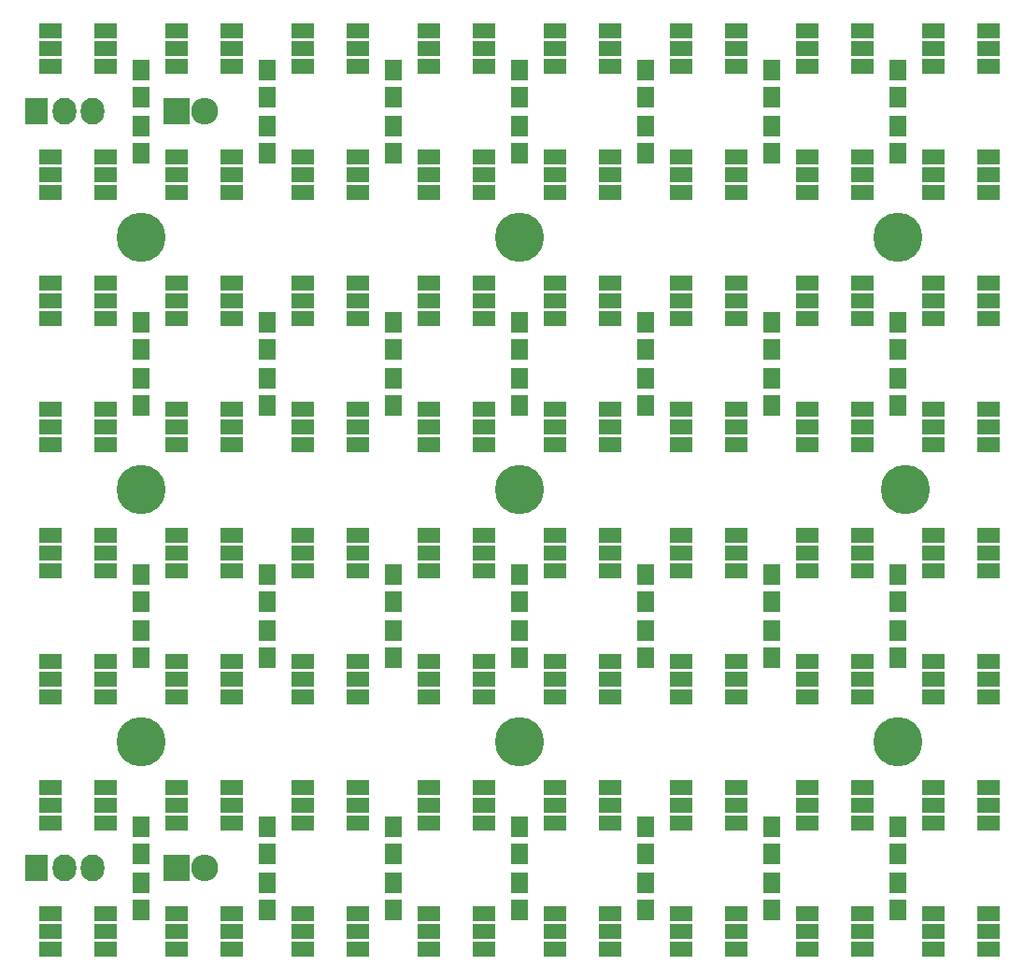
<source format=gts>
G04 #@! TF.FileFunction,Soldermask,Top*
%FSLAX46Y46*%
G04 Gerber Fmt 4.6, Leading zero omitted, Abs format (unit mm)*
G04 Created by KiCad (PCBNEW 4.0.2+e4-6225~38~ubuntu15.10.1-stable) date Sat 25 Jun 2016 03:23:57 PM EDT*
%MOMM*%
G01*
G04 APERTURE LIST*
%ADD10C,0.100000*%
%ADD11R,2.432000X2.432000*%
%ADD12O,2.432000X2.432000*%
%ADD13R,2.127200X2.432000*%
%ADD14O,2.127200X2.432000*%
%ADD15R,2.000000X1.400000*%
%ADD16R,1.650000X1.900000*%
%ADD17C,4.464000*%
G04 APERTURE END LIST*
D10*
D11*
X14605000Y80010000D03*
D12*
X17145000Y80010000D03*
D13*
X1905000Y80010000D03*
D14*
X4445000Y80010000D03*
X6985000Y80010000D03*
D13*
X1905000Y11430000D03*
D14*
X4445000Y11430000D03*
X6985000Y11430000D03*
D15*
X8215000Y84125000D03*
X8215000Y85725000D03*
X8215000Y87325000D03*
X3215000Y84125000D03*
X3215000Y85725000D03*
X3215000Y87325000D03*
X19645000Y84125000D03*
X19645000Y85725000D03*
X19645000Y87325000D03*
X14645000Y84125000D03*
X14645000Y85725000D03*
X14645000Y87325000D03*
X31075000Y84125000D03*
X31075000Y85725000D03*
X31075000Y87325000D03*
X26075000Y84125000D03*
X26075000Y85725000D03*
X26075000Y87325000D03*
X42505000Y84125000D03*
X42505000Y85725000D03*
X42505000Y87325000D03*
X37505000Y84125000D03*
X37505000Y85725000D03*
X37505000Y87325000D03*
X53935000Y84125000D03*
X53935000Y85725000D03*
X53935000Y87325000D03*
X48935000Y84125000D03*
X48935000Y85725000D03*
X48935000Y87325000D03*
X65365000Y84125000D03*
X65365000Y85725000D03*
X65365000Y87325000D03*
X60365000Y84125000D03*
X60365000Y85725000D03*
X60365000Y87325000D03*
X76795000Y84125000D03*
X76795000Y85725000D03*
X76795000Y87325000D03*
X71795000Y84125000D03*
X71795000Y85725000D03*
X71795000Y87325000D03*
X88225000Y84125000D03*
X88225000Y85725000D03*
X88225000Y87325000D03*
X83225000Y84125000D03*
X83225000Y85725000D03*
X83225000Y87325000D03*
X83225000Y75895000D03*
X83225000Y74295000D03*
X83225000Y72695000D03*
X88225000Y75895000D03*
X88225000Y74295000D03*
X88225000Y72695000D03*
X71795000Y75895000D03*
X71795000Y74295000D03*
X71795000Y72695000D03*
X76795000Y75895000D03*
X76795000Y74295000D03*
X76795000Y72695000D03*
X60365000Y75895000D03*
X60365000Y74295000D03*
X60365000Y72695000D03*
X65365000Y75895000D03*
X65365000Y74295000D03*
X65365000Y72695000D03*
X48935000Y75895000D03*
X48935000Y74295000D03*
X48935000Y72695000D03*
X53935000Y75895000D03*
X53935000Y74295000D03*
X53935000Y72695000D03*
X37505000Y75895000D03*
X37505000Y74295000D03*
X37505000Y72695000D03*
X42505000Y75895000D03*
X42505000Y74295000D03*
X42505000Y72695000D03*
X26075000Y75895000D03*
X26075000Y74295000D03*
X26075000Y72695000D03*
X31075000Y75895000D03*
X31075000Y74295000D03*
X31075000Y72695000D03*
X14645000Y75895000D03*
X14645000Y74295000D03*
X14645000Y72695000D03*
X19645000Y75895000D03*
X19645000Y74295000D03*
X19645000Y72695000D03*
X3215000Y75895000D03*
X3215000Y74295000D03*
X3215000Y72695000D03*
X8215000Y75895000D03*
X8215000Y74295000D03*
X8215000Y72695000D03*
X8215000Y61265000D03*
X8215000Y62865000D03*
X8215000Y64465000D03*
X3215000Y61265000D03*
X3215000Y62865000D03*
X3215000Y64465000D03*
X19645000Y61265000D03*
X19645000Y62865000D03*
X19645000Y64465000D03*
X14645000Y61265000D03*
X14645000Y62865000D03*
X14645000Y64465000D03*
X31075000Y61265000D03*
X31075000Y62865000D03*
X31075000Y64465000D03*
X26075000Y61265000D03*
X26075000Y62865000D03*
X26075000Y64465000D03*
X42505000Y61265000D03*
X42505000Y62865000D03*
X42505000Y64465000D03*
X37505000Y61265000D03*
X37505000Y62865000D03*
X37505000Y64465000D03*
X53935000Y61265000D03*
X53935000Y62865000D03*
X53935000Y64465000D03*
X48935000Y61265000D03*
X48935000Y62865000D03*
X48935000Y64465000D03*
X65365000Y61265000D03*
X65365000Y62865000D03*
X65365000Y64465000D03*
X60365000Y61265000D03*
X60365000Y62865000D03*
X60365000Y64465000D03*
X76795000Y61265000D03*
X76795000Y62865000D03*
X76795000Y64465000D03*
X71795000Y61265000D03*
X71795000Y62865000D03*
X71795000Y64465000D03*
X88225000Y61265000D03*
X88225000Y62865000D03*
X88225000Y64465000D03*
X83225000Y61265000D03*
X83225000Y62865000D03*
X83225000Y64465000D03*
X83225000Y53035000D03*
X83225000Y51435000D03*
X83225000Y49835000D03*
X88225000Y53035000D03*
X88225000Y51435000D03*
X88225000Y49835000D03*
X71795000Y53035000D03*
X71795000Y51435000D03*
X71795000Y49835000D03*
X76795000Y53035000D03*
X76795000Y51435000D03*
X76795000Y49835000D03*
X60365000Y53035000D03*
X60365000Y51435000D03*
X60365000Y49835000D03*
X65365000Y53035000D03*
X65365000Y51435000D03*
X65365000Y49835000D03*
X48935000Y53035000D03*
X48935000Y51435000D03*
X48935000Y49835000D03*
X53935000Y53035000D03*
X53935000Y51435000D03*
X53935000Y49835000D03*
X37505000Y53035000D03*
X37505000Y51435000D03*
X37505000Y49835000D03*
X42505000Y53035000D03*
X42505000Y51435000D03*
X42505000Y49835000D03*
X26075000Y53035000D03*
X26075000Y51435000D03*
X26075000Y49835000D03*
X31075000Y53035000D03*
X31075000Y51435000D03*
X31075000Y49835000D03*
X14645000Y53035000D03*
X14645000Y51435000D03*
X14645000Y49835000D03*
X19645000Y53035000D03*
X19645000Y51435000D03*
X19645000Y49835000D03*
X3215000Y53035000D03*
X3215000Y51435000D03*
X3215000Y49835000D03*
X8215000Y53035000D03*
X8215000Y51435000D03*
X8215000Y49835000D03*
X8215000Y38405000D03*
X8215000Y40005000D03*
X8215000Y41605000D03*
X3215000Y38405000D03*
X3215000Y40005000D03*
X3215000Y41605000D03*
X19645000Y38405000D03*
X19645000Y40005000D03*
X19645000Y41605000D03*
X14645000Y38405000D03*
X14645000Y40005000D03*
X14645000Y41605000D03*
X31075000Y38405000D03*
X31075000Y40005000D03*
X31075000Y41605000D03*
X26075000Y38405000D03*
X26075000Y40005000D03*
X26075000Y41605000D03*
X42505000Y38405000D03*
X42505000Y40005000D03*
X42505000Y41605000D03*
X37505000Y38405000D03*
X37505000Y40005000D03*
X37505000Y41605000D03*
X53935000Y38405000D03*
X53935000Y40005000D03*
X53935000Y41605000D03*
X48935000Y38405000D03*
X48935000Y40005000D03*
X48935000Y41605000D03*
X65365000Y38405000D03*
X65365000Y40005000D03*
X65365000Y41605000D03*
X60365000Y38405000D03*
X60365000Y40005000D03*
X60365000Y41605000D03*
X76795000Y38405000D03*
X76795000Y40005000D03*
X76795000Y41605000D03*
X71795000Y38405000D03*
X71795000Y40005000D03*
X71795000Y41605000D03*
X88225000Y38405000D03*
X88225000Y40005000D03*
X88225000Y41605000D03*
X83225000Y38405000D03*
X83225000Y40005000D03*
X83225000Y41605000D03*
X83225000Y30175000D03*
X83225000Y28575000D03*
X83225000Y26975000D03*
X88225000Y30175000D03*
X88225000Y28575000D03*
X88225000Y26975000D03*
X71795000Y30175000D03*
X71795000Y28575000D03*
X71795000Y26975000D03*
X76795000Y30175000D03*
X76795000Y28575000D03*
X76795000Y26975000D03*
X60365000Y30175000D03*
X60365000Y28575000D03*
X60365000Y26975000D03*
X65365000Y30175000D03*
X65365000Y28575000D03*
X65365000Y26975000D03*
X48935000Y30175000D03*
X48935000Y28575000D03*
X48935000Y26975000D03*
X53935000Y30175000D03*
X53935000Y28575000D03*
X53935000Y26975000D03*
X37505000Y30175000D03*
X37505000Y28575000D03*
X37505000Y26975000D03*
X42505000Y30175000D03*
X42505000Y28575000D03*
X42505000Y26975000D03*
X26075000Y30175000D03*
X26075000Y28575000D03*
X26075000Y26975000D03*
X31075000Y30175000D03*
X31075000Y28575000D03*
X31075000Y26975000D03*
X14645000Y30175000D03*
X14645000Y28575000D03*
X14645000Y26975000D03*
X19645000Y30175000D03*
X19645000Y28575000D03*
X19645000Y26975000D03*
X3215000Y30175000D03*
X3215000Y28575000D03*
X3215000Y26975000D03*
X8215000Y30175000D03*
X8215000Y28575000D03*
X8215000Y26975000D03*
X8215000Y15545000D03*
X8215000Y17145000D03*
X8215000Y18745000D03*
X3215000Y15545000D03*
X3215000Y17145000D03*
X3215000Y18745000D03*
X19645000Y15545000D03*
X19645000Y17145000D03*
X19645000Y18745000D03*
X14645000Y15545000D03*
X14645000Y17145000D03*
X14645000Y18745000D03*
X31075000Y15545000D03*
X31075000Y17145000D03*
X31075000Y18745000D03*
X26075000Y15545000D03*
X26075000Y17145000D03*
X26075000Y18745000D03*
X42505000Y15545000D03*
X42505000Y17145000D03*
X42505000Y18745000D03*
X37505000Y15545000D03*
X37505000Y17145000D03*
X37505000Y18745000D03*
X53935000Y15545000D03*
X53935000Y17145000D03*
X53935000Y18745000D03*
X48935000Y15545000D03*
X48935000Y17145000D03*
X48935000Y18745000D03*
X65365000Y15545000D03*
X65365000Y17145000D03*
X65365000Y18745000D03*
X60365000Y15545000D03*
X60365000Y17145000D03*
X60365000Y18745000D03*
X76795000Y15545000D03*
X76795000Y17145000D03*
X76795000Y18745000D03*
X71795000Y15545000D03*
X71795000Y17145000D03*
X71795000Y18745000D03*
X88225000Y15545000D03*
X88225000Y17145000D03*
X88225000Y18745000D03*
X83225000Y15545000D03*
X83225000Y17145000D03*
X83225000Y18745000D03*
X83225000Y7315000D03*
X83225000Y5715000D03*
X83225000Y4115000D03*
X88225000Y7315000D03*
X88225000Y5715000D03*
X88225000Y4115000D03*
X71795000Y7315000D03*
X71795000Y5715000D03*
X71795000Y4115000D03*
X76795000Y7315000D03*
X76795000Y5715000D03*
X76795000Y4115000D03*
X60365000Y7315000D03*
X60365000Y5715000D03*
X60365000Y4115000D03*
X65365000Y7315000D03*
X65365000Y5715000D03*
X65365000Y4115000D03*
X48935000Y7315000D03*
X48935000Y5715000D03*
X48935000Y4115000D03*
X53935000Y7315000D03*
X53935000Y5715000D03*
X53935000Y4115000D03*
X37505000Y7315000D03*
X37505000Y5715000D03*
X37505000Y4115000D03*
X42505000Y7315000D03*
X42505000Y5715000D03*
X42505000Y4115000D03*
X26075000Y7315000D03*
X26075000Y5715000D03*
X26075000Y4115000D03*
X31075000Y7315000D03*
X31075000Y5715000D03*
X31075000Y4115000D03*
X14645000Y7315000D03*
X14645000Y5715000D03*
X14645000Y4115000D03*
X19645000Y7315000D03*
X19645000Y5715000D03*
X19645000Y4115000D03*
X3215000Y7315000D03*
X3215000Y5715000D03*
X3215000Y4115000D03*
X8215000Y7315000D03*
X8215000Y5715000D03*
X8215000Y4115000D03*
D11*
X14605000Y11430000D03*
D12*
X17145000Y11430000D03*
D16*
X11430000Y81300000D03*
X11430000Y83800000D03*
X22860000Y81300000D03*
X22860000Y83800000D03*
X34290000Y81300000D03*
X34290000Y83800000D03*
X45720000Y81300000D03*
X45720000Y83800000D03*
X57150000Y81300000D03*
X57150000Y83800000D03*
X68580000Y81300000D03*
X68580000Y83800000D03*
X80010000Y81300000D03*
X80010000Y83800000D03*
X80010000Y78720000D03*
X80010000Y76220000D03*
X68580000Y78720000D03*
X68580000Y76220000D03*
X57150000Y78720000D03*
X57150000Y76220000D03*
X45720000Y78720000D03*
X45720000Y76220000D03*
X34290000Y78720000D03*
X34290000Y76220000D03*
X22860000Y78720000D03*
X22860000Y76220000D03*
X11430000Y78720000D03*
X11430000Y76220000D03*
X11430000Y58440000D03*
X11430000Y60940000D03*
X22860000Y58440000D03*
X22860000Y60940000D03*
X34290000Y58440000D03*
X34290000Y60940000D03*
X45720000Y58440000D03*
X45720000Y60940000D03*
X57150000Y58440000D03*
X57150000Y60940000D03*
X68580000Y58440000D03*
X68580000Y60940000D03*
X80010000Y58440000D03*
X80010000Y60940000D03*
X80010000Y55860000D03*
X80010000Y53360000D03*
X68580000Y55860000D03*
X68580000Y53360000D03*
X57150000Y55860000D03*
X57150000Y53360000D03*
X45720000Y55860000D03*
X45720000Y53360000D03*
X34290000Y55860000D03*
X34290000Y53360000D03*
X22860000Y55860000D03*
X22860000Y53360000D03*
X11430000Y55860000D03*
X11430000Y53360000D03*
X11430000Y35580000D03*
X11430000Y38080000D03*
X22860000Y35580000D03*
X22860000Y38080000D03*
X34290000Y35580000D03*
X34290000Y38080000D03*
X45720000Y35580000D03*
X45720000Y38080000D03*
X57150000Y35580000D03*
X57150000Y38080000D03*
X68580000Y35580000D03*
X68580000Y38080000D03*
X80010000Y35580000D03*
X80010000Y38080000D03*
X80010000Y33000000D03*
X80010000Y30500000D03*
X68580000Y33000000D03*
X68580000Y30500000D03*
X57150000Y33000000D03*
X57150000Y30500000D03*
X45720000Y33000000D03*
X45720000Y30500000D03*
X34290000Y33000000D03*
X34290000Y30500000D03*
X22860000Y33000000D03*
X22860000Y30500000D03*
X11430000Y33000000D03*
X11430000Y30500000D03*
X11430000Y12720000D03*
X11430000Y15220000D03*
X22860000Y12720000D03*
X22860000Y15220000D03*
X34290000Y12720000D03*
X34290000Y15220000D03*
X45720000Y12720000D03*
X45720000Y15220000D03*
X57150000Y12720000D03*
X57150000Y15220000D03*
X68580000Y12720000D03*
X68580000Y15220000D03*
X80010000Y12720000D03*
X80010000Y15220000D03*
X80010000Y10140000D03*
X80010000Y7640000D03*
X68580000Y10140000D03*
X68580000Y7640000D03*
X57150000Y10140000D03*
X57150000Y7640000D03*
X45720000Y10140000D03*
X45720000Y7640000D03*
X34290000Y10140000D03*
X34290000Y7640000D03*
X22860000Y10140000D03*
X22860000Y7640000D03*
X11430000Y10140000D03*
X11430000Y7640000D03*
D17*
X45720000Y68580000D03*
X80010000Y68580000D03*
X11430000Y68580000D03*
X45720000Y45720000D03*
X45720000Y22860000D03*
X80645000Y45720000D03*
X80010000Y22860000D03*
X11430000Y22860000D03*
X11430000Y45720000D03*
M02*

</source>
